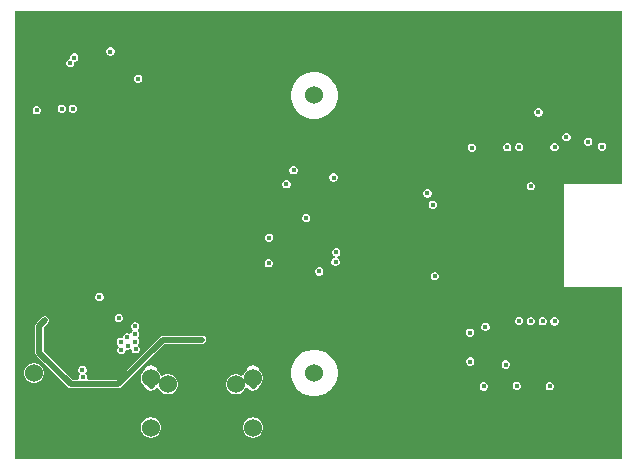
<source format=gbr>
%TF.GenerationSoftware,Altium Limited,Altium Designer,23.6.0 (18)*%
G04 Layer_Physical_Order=2*
G04 Layer_Color=36540*
%FSLAX45Y45*%
%MOMM*%
%TF.SameCoordinates,DCE0C1D5-9975-4D98-BEBD-45AE40CD8FD9*%
%TF.FilePolarity,Positive*%
%TF.FileFunction,Copper,L2,Inr,Signal*%
%TF.Part,Single*%
G01*
G75*
%TA.AperFunction,Conductor*%
%ADD32C,0.50800*%
%TA.AperFunction,ComponentPad*%
%ADD37C,1.52400*%
%TA.AperFunction,ViaPad*%
%ADD42C,0.45000*%
%TA.AperFunction,NonConductor*%
%ADD43C,0.60960*%
G36*
X7828209Y4890991D02*
X7337096D01*
Y4010896D01*
X7828209D01*
Y2560391D01*
X2687391D01*
Y6355009D01*
X7828209D01*
Y4890991D01*
D02*
G37*
%LPC*%
G36*
X3501132Y6043210D02*
X3487128D01*
X3474191Y6037851D01*
X3464289Y6027949D01*
X3458930Y6015012D01*
Y6001008D01*
X3464289Y5988071D01*
X3474191Y5978169D01*
X3487128Y5972810D01*
X3501132D01*
X3514069Y5978169D01*
X3523971Y5988071D01*
X3529330Y6001008D01*
Y6015012D01*
X3523971Y6027949D01*
X3514069Y6037851D01*
X3501132Y6043210D01*
D02*
G37*
G36*
X3194702Y5991971D02*
X3180698D01*
X3167761Y5986612D01*
X3157859Y5976710D01*
X3152500Y5963773D01*
Y5949770D01*
X3149728Y5945621D01*
X3146334D01*
X3133397Y5940262D01*
X3123495Y5930360D01*
X3118136Y5917423D01*
Y5903419D01*
X3123495Y5890482D01*
X3133397Y5880580D01*
X3146334Y5875221D01*
X3160337D01*
X3173275Y5880580D01*
X3183177Y5890482D01*
X3188535Y5903419D01*
Y5917422D01*
X3191308Y5921572D01*
X3194702D01*
X3207639Y5926930D01*
X3217541Y5936832D01*
X3222900Y5949770D01*
Y5963773D01*
X3217541Y5976710D01*
X3207639Y5986612D01*
X3194702Y5991971D01*
D02*
G37*
G36*
X3735722Y5813700D02*
X3721718D01*
X3708781Y5808341D01*
X3698879Y5798439D01*
X3693520Y5785502D01*
Y5771498D01*
X3698879Y5758561D01*
X3708781Y5748659D01*
X3721718Y5743300D01*
X3735722D01*
X3748659Y5748659D01*
X3758561Y5758561D01*
X3763920Y5771498D01*
Y5785502D01*
X3758561Y5798439D01*
X3748659Y5808341D01*
X3735722Y5813700D01*
D02*
G37*
G36*
X3182002Y5559700D02*
X3167998D01*
X3155061Y5554341D01*
X3145159Y5544439D01*
X3139800Y5531502D01*
Y5517498D01*
X3145159Y5504561D01*
X3155061Y5494659D01*
X3167998Y5489300D01*
X3182002D01*
X3194939Y5494659D01*
X3204841Y5504561D01*
X3210200Y5517498D01*
Y5531502D01*
X3204841Y5544439D01*
X3194939Y5554341D01*
X3182002Y5559700D01*
D02*
G37*
G36*
X3088022D02*
X3074018D01*
X3061081Y5554341D01*
X3051179Y5544439D01*
X3045820Y5531502D01*
Y5517498D01*
X3051179Y5504561D01*
X3061081Y5494659D01*
X3074018Y5489300D01*
X3088022D01*
X3100959Y5494659D01*
X3110861Y5504561D01*
X3116220Y5517498D01*
Y5531502D01*
X3110861Y5544439D01*
X3100959Y5554341D01*
X3088022Y5559700D01*
D02*
G37*
G36*
X2877202Y5547000D02*
X2863198D01*
X2850261Y5541641D01*
X2840359Y5531739D01*
X2835000Y5518802D01*
Y5504798D01*
X2840359Y5491861D01*
X2850261Y5481959D01*
X2863198Y5476600D01*
X2877202D01*
X2890139Y5481959D01*
X2900041Y5491861D01*
X2905400Y5504798D01*
Y5518802D01*
X2900041Y5531739D01*
X2890139Y5541641D01*
X2877202Y5547000D01*
D02*
G37*
G36*
X7125002Y5527600D02*
X7110998D01*
X7098061Y5522241D01*
X7088159Y5512339D01*
X7082800Y5499402D01*
Y5485398D01*
X7088159Y5472461D01*
X7098061Y5462559D01*
X7110998Y5457200D01*
X7125002D01*
X7137939Y5462559D01*
X7147841Y5472461D01*
X7153200Y5485398D01*
Y5499402D01*
X7147841Y5512339D01*
X7137939Y5522241D01*
X7125002Y5527600D01*
D02*
G37*
G36*
X5239174Y5833980D02*
X5200226D01*
X5162027Y5826382D01*
X5126045Y5811477D01*
X5093661Y5789839D01*
X5066121Y5762299D01*
X5044483Y5729915D01*
X5029578Y5693933D01*
X5021980Y5655734D01*
Y5616786D01*
X5029578Y5578587D01*
X5044483Y5542605D01*
X5066121Y5510221D01*
X5093661Y5482681D01*
X5126045Y5461043D01*
X5162027Y5446138D01*
X5200226Y5438540D01*
X5239174D01*
X5277373Y5446138D01*
X5313355Y5461043D01*
X5345739Y5482681D01*
X5373279Y5510221D01*
X5394917Y5542605D01*
X5409822Y5578587D01*
X5417420Y5616786D01*
Y5655734D01*
X5409822Y5693933D01*
X5394917Y5729915D01*
X5373279Y5762299D01*
X5345739Y5789839D01*
X5313355Y5811477D01*
X5277373Y5826382D01*
X5239174Y5833980D01*
D02*
G37*
G36*
X7360902Y5319300D02*
X7346898D01*
X7333961Y5313941D01*
X7324059Y5304039D01*
X7318700Y5291102D01*
Y5277098D01*
X7324059Y5264161D01*
X7333961Y5254259D01*
X7346898Y5248900D01*
X7360902D01*
X7373839Y5254259D01*
X7383741Y5264161D01*
X7389100Y5277098D01*
Y5291102D01*
X7383741Y5304039D01*
X7373839Y5313941D01*
X7360902Y5319300D01*
D02*
G37*
G36*
X7545722Y5280300D02*
X7531718D01*
X7518781Y5274941D01*
X7508879Y5265039D01*
X7503520Y5252102D01*
Y5238098D01*
X7508879Y5225161D01*
X7518781Y5215259D01*
X7531718Y5209900D01*
X7545722D01*
X7558659Y5215259D01*
X7568561Y5225161D01*
X7573920Y5238098D01*
Y5252102D01*
X7568561Y5265039D01*
X7558659Y5274941D01*
X7545722Y5280300D01*
D02*
G37*
G36*
X7662562Y5237120D02*
X7648558D01*
X7635621Y5231761D01*
X7625719Y5221859D01*
X7620360Y5208922D01*
Y5194918D01*
X7625719Y5181981D01*
X7635621Y5172079D01*
X7648558Y5166720D01*
X7662562D01*
X7675499Y5172079D01*
X7685401Y5181981D01*
X7690760Y5194918D01*
Y5208922D01*
X7685401Y5221859D01*
X7675499Y5231761D01*
X7662562Y5237120D01*
D02*
G37*
G36*
X6960902Y5235200D02*
X6946898D01*
X6933961Y5229841D01*
X6924059Y5219939D01*
X6918700Y5207002D01*
Y5192998D01*
X6924059Y5180061D01*
X6933961Y5170159D01*
X6946898Y5164800D01*
X6960902D01*
X6973839Y5170159D01*
X6983741Y5180061D01*
X6989100Y5192998D01*
Y5207002D01*
X6983741Y5219939D01*
X6973839Y5229841D01*
X6960902Y5235200D01*
D02*
G37*
G36*
X7260902Y5234800D02*
X7246898D01*
X7233961Y5229441D01*
X7224059Y5219539D01*
X7218700Y5206602D01*
Y5192598D01*
X7224059Y5179661D01*
X7233961Y5169759D01*
X7246898Y5164400D01*
X7260902D01*
X7273839Y5169759D01*
X7283741Y5179661D01*
X7289100Y5192598D01*
Y5206602D01*
X7283741Y5219539D01*
X7273839Y5229441D01*
X7260902Y5234800D01*
D02*
G37*
G36*
X6860902Y5233600D02*
X6846898D01*
X6833961Y5228241D01*
X6824059Y5218339D01*
X6818700Y5205402D01*
Y5191398D01*
X6824059Y5178461D01*
X6833961Y5168559D01*
X6846898Y5163200D01*
X6860902D01*
X6873839Y5168559D01*
X6883741Y5178461D01*
X6889100Y5191398D01*
Y5205402D01*
X6883741Y5218339D01*
X6873839Y5228241D01*
X6860902Y5233600D01*
D02*
G37*
G36*
X6560902Y5228800D02*
X6546898D01*
X6533961Y5223441D01*
X6524059Y5213539D01*
X6518700Y5200602D01*
Y5186598D01*
X6524059Y5173661D01*
X6533961Y5163759D01*
X6546898Y5158400D01*
X6560902D01*
X6573839Y5163759D01*
X6583741Y5173661D01*
X6589100Y5186598D01*
Y5200602D01*
X6583741Y5213539D01*
X6573839Y5223441D01*
X6560902Y5228800D01*
D02*
G37*
G36*
X5051442Y5037860D02*
X5037438D01*
X5024501Y5032501D01*
X5014599Y5022599D01*
X5009240Y5009662D01*
Y4995658D01*
X5014599Y4982721D01*
X5024501Y4972819D01*
X5037438Y4967460D01*
X5051442D01*
X5064379Y4972819D01*
X5074281Y4982721D01*
X5079640Y4995658D01*
Y5009662D01*
X5074281Y5022599D01*
X5064379Y5032501D01*
X5051442Y5037860D01*
D02*
G37*
G36*
X5390302Y4977000D02*
X5376298D01*
X5363361Y4971641D01*
X5353459Y4961739D01*
X5348100Y4948802D01*
Y4934798D01*
X5353459Y4921861D01*
X5363361Y4911959D01*
X5376298Y4906600D01*
X5390302D01*
X5403239Y4911959D01*
X5413141Y4921861D01*
X5418500Y4934798D01*
Y4948802D01*
X5413141Y4961739D01*
X5403239Y4971641D01*
X5390302Y4977000D01*
D02*
G37*
G36*
X4990482Y4919620D02*
X4976478D01*
X4963541Y4914261D01*
X4953639Y4904359D01*
X4948280Y4891422D01*
Y4877418D01*
X4953639Y4864481D01*
X4963541Y4854579D01*
X4976478Y4849220D01*
X4990482D01*
X5003419Y4854579D01*
X5013321Y4864481D01*
X5018680Y4877418D01*
Y4891422D01*
X5013321Y4904359D01*
X5003419Y4914261D01*
X4990482Y4919620D01*
D02*
G37*
G36*
X7060582Y4902390D02*
X7046578D01*
X7033641Y4897031D01*
X7023739Y4887129D01*
X7018380Y4874192D01*
Y4860188D01*
X7023739Y4847251D01*
X7033641Y4837349D01*
X7046578Y4831990D01*
X7060582D01*
X7073519Y4837349D01*
X7083421Y4847251D01*
X7088780Y4860188D01*
Y4874192D01*
X7083421Y4887129D01*
X7073519Y4897031D01*
X7060582Y4902390D01*
D02*
G37*
G36*
X6184802Y4842900D02*
X6170798D01*
X6157861Y4837541D01*
X6147959Y4827639D01*
X6142600Y4814702D01*
Y4800698D01*
X6147959Y4787761D01*
X6157861Y4777859D01*
X6170798Y4772500D01*
X6184802D01*
X6197739Y4777859D01*
X6207641Y4787761D01*
X6213000Y4800698D01*
Y4814702D01*
X6207641Y4827639D01*
X6197739Y4837541D01*
X6184802Y4842900D01*
D02*
G37*
G36*
X6230002Y4746900D02*
X6215998D01*
X6203061Y4741541D01*
X6193159Y4731639D01*
X6187800Y4718702D01*
Y4704698D01*
X6193159Y4691761D01*
X6203061Y4681859D01*
X6215998Y4676500D01*
X6230002D01*
X6242939Y4681859D01*
X6252841Y4691761D01*
X6258200Y4704698D01*
Y4718702D01*
X6252841Y4731639D01*
X6242939Y4741541D01*
X6230002Y4746900D01*
D02*
G37*
G36*
X5157302Y4634320D02*
X5143298D01*
X5130361Y4628961D01*
X5120459Y4619059D01*
X5115100Y4606122D01*
Y4592118D01*
X5120459Y4579181D01*
X5130361Y4569279D01*
X5143298Y4563920D01*
X5157302D01*
X5170239Y4569279D01*
X5180141Y4579181D01*
X5185500Y4592118D01*
Y4606122D01*
X5180141Y4619059D01*
X5170239Y4628961D01*
X5157302Y4634320D01*
D02*
G37*
G36*
X4844062Y4466600D02*
X4830058D01*
X4817121Y4461241D01*
X4807219Y4451339D01*
X4801860Y4438402D01*
Y4424398D01*
X4807219Y4411461D01*
X4817121Y4401559D01*
X4830058Y4396200D01*
X4844062D01*
X4856999Y4401559D01*
X4866901Y4411461D01*
X4872260Y4424398D01*
Y4438402D01*
X4866901Y4451339D01*
X4856999Y4461241D01*
X4844062Y4466600D01*
D02*
G37*
G36*
X5412762Y4342400D02*
X5398758D01*
X5385821Y4337041D01*
X5375919Y4327139D01*
X5370560Y4314202D01*
Y4300198D01*
X5375919Y4287261D01*
X5385821Y4277359D01*
X5391836Y4274867D01*
X5392141Y4268096D01*
X5390573Y4261644D01*
X5379461Y4257041D01*
X5369559Y4247139D01*
X5364200Y4234202D01*
Y4220198D01*
X5369559Y4207261D01*
X5379461Y4197359D01*
X5392398Y4192000D01*
X5406402D01*
X5419339Y4197359D01*
X5429241Y4207261D01*
X5434600Y4220198D01*
Y4234202D01*
X5429241Y4247139D01*
X5419339Y4257041D01*
X5413324Y4259533D01*
X5413019Y4266304D01*
X5414587Y4272756D01*
X5425699Y4277359D01*
X5435601Y4287261D01*
X5440960Y4300198D01*
Y4314202D01*
X5435601Y4327139D01*
X5425699Y4337041D01*
X5412762Y4342400D01*
D02*
G37*
G36*
X4840622Y4251600D02*
X4826618D01*
X4813681Y4246241D01*
X4803779Y4236339D01*
X4798420Y4223402D01*
Y4209398D01*
X4803779Y4196461D01*
X4813681Y4186559D01*
X4826618Y4181200D01*
X4840622D01*
X4853559Y4186559D01*
X4863461Y4196461D01*
X4868820Y4209398D01*
Y4223402D01*
X4863461Y4236339D01*
X4853559Y4246241D01*
X4840622Y4251600D01*
D02*
G37*
G36*
X5269262Y4182400D02*
X5255258D01*
X5242321Y4177041D01*
X5232419Y4167139D01*
X5227060Y4154202D01*
Y4140198D01*
X5232419Y4127261D01*
X5242321Y4117359D01*
X5255258Y4112000D01*
X5269262D01*
X5282199Y4117359D01*
X5292101Y4127261D01*
X5297460Y4140198D01*
Y4154202D01*
X5292101Y4167139D01*
X5282199Y4177041D01*
X5269262Y4182400D01*
D02*
G37*
G36*
X6248302Y4142900D02*
X6234298D01*
X6221361Y4137541D01*
X6211459Y4127639D01*
X6206100Y4114702D01*
Y4100698D01*
X6211459Y4087761D01*
X6221361Y4077859D01*
X6234298Y4072500D01*
X6248302D01*
X6261239Y4077859D01*
X6271141Y4087761D01*
X6276500Y4100698D01*
Y4114702D01*
X6271141Y4127639D01*
X6261239Y4137541D01*
X6248302Y4142900D01*
D02*
G37*
G36*
X3407309Y3965277D02*
X3393306D01*
X3380369Y3959918D01*
X3370467Y3950016D01*
X3365108Y3937078D01*
Y3923075D01*
X3370467Y3910138D01*
X3380369Y3900236D01*
X3393306Y3894877D01*
X3407309D01*
X3420247Y3900236D01*
X3430149Y3910138D01*
X3435507Y3923075D01*
Y3937078D01*
X3430149Y3950016D01*
X3420247Y3959918D01*
X3407309Y3965277D01*
D02*
G37*
G36*
X3572883Y3787477D02*
X3558879D01*
X3545942Y3782118D01*
X3536040Y3772216D01*
X3530681Y3759278D01*
Y3745275D01*
X3536040Y3732338D01*
X3545942Y3722436D01*
X3558879Y3717077D01*
X3572883D01*
X3585820Y3722436D01*
X3595722Y3732338D01*
X3601081Y3745275D01*
Y3759278D01*
X3595722Y3772216D01*
X3585820Y3782118D01*
X3572883Y3787477D01*
D02*
G37*
G36*
X6960902Y3763300D02*
X6946898D01*
X6933961Y3757941D01*
X6924059Y3748039D01*
X6918700Y3735102D01*
Y3721098D01*
X6924059Y3708161D01*
X6933961Y3698259D01*
X6946898Y3692900D01*
X6960902D01*
X6973839Y3698259D01*
X6983741Y3708161D01*
X6989100Y3721098D01*
Y3735102D01*
X6983741Y3748039D01*
X6973839Y3757941D01*
X6960902Y3763300D01*
D02*
G37*
G36*
X7060902Y3761700D02*
X7046898D01*
X7033961Y3756341D01*
X7024059Y3746439D01*
X7018700Y3733502D01*
Y3719498D01*
X7024059Y3706561D01*
X7033961Y3696659D01*
X7046898Y3691300D01*
X7060902D01*
X7073839Y3696659D01*
X7083741Y3706561D01*
X7089100Y3719498D01*
Y3733502D01*
X7083741Y3746439D01*
X7073839Y3756341D01*
X7060902Y3761700D01*
D02*
G37*
G36*
X7160902Y3760100D02*
X7146898D01*
X7133961Y3754741D01*
X7124059Y3744839D01*
X7118700Y3731902D01*
Y3717898D01*
X7124059Y3704961D01*
X7133961Y3695059D01*
X7146898Y3689700D01*
X7160902D01*
X7173839Y3695059D01*
X7183741Y3704961D01*
X7189100Y3717898D01*
Y3731902D01*
X7183741Y3744839D01*
X7173839Y3754741D01*
X7160902Y3760100D01*
D02*
G37*
G36*
X7260902Y3758500D02*
X7246898D01*
X7233961Y3753141D01*
X7224059Y3743239D01*
X7218700Y3730302D01*
Y3716298D01*
X7224059Y3703361D01*
X7233961Y3693459D01*
X7246898Y3688100D01*
X7260902D01*
X7273839Y3693459D01*
X7283741Y3703361D01*
X7289100Y3716298D01*
Y3730302D01*
X7283741Y3743239D01*
X7273839Y3753141D01*
X7260902Y3758500D01*
D02*
G37*
G36*
X6675931Y3711690D02*
X6661928D01*
X6648991Y3706331D01*
X6639089Y3696429D01*
X6633730Y3683492D01*
Y3669488D01*
X6639089Y3656551D01*
X6648991Y3646649D01*
X6661928Y3641290D01*
X6675931D01*
X6688869Y3646649D01*
X6698770Y3656551D01*
X6704129Y3669488D01*
Y3683492D01*
X6698770Y3696429D01*
X6688869Y3706331D01*
X6675931Y3711690D01*
D02*
G37*
G36*
X3709569Y3716357D02*
X3695566D01*
X3682629Y3710998D01*
X3672727Y3701096D01*
X3667368Y3688158D01*
Y3674155D01*
X3672727Y3661218D01*
X3676241Y3657703D01*
X3681434Y3649407D01*
X3676241Y3641110D01*
X3672727Y3637596D01*
X3667942Y3626044D01*
X3662595Y3623022D01*
X3654668Y3620303D01*
X3643529Y3624917D01*
X3629526D01*
X3616589Y3619558D01*
X3606687Y3609656D01*
X3601328Y3596718D01*
Y3594897D01*
X3588628Y3586411D01*
X3587649Y3586817D01*
X3573646D01*
X3560709Y3581458D01*
X3550807Y3571556D01*
X3545448Y3558618D01*
Y3544615D01*
X3550807Y3531678D01*
X3560708Y3521776D01*
X3561872Y3519156D01*
X3562669Y3507218D01*
X3555887Y3500436D01*
X3550528Y3487498D01*
Y3473495D01*
X3555887Y3460558D01*
X3565789Y3450656D01*
X3578726Y3445297D01*
X3592729D01*
X3605667Y3450656D01*
X3615569Y3460558D01*
X3620927Y3473495D01*
Y3474264D01*
X3632066Y3483397D01*
X3646069D01*
X3659007Y3488756D01*
X3659748Y3489497D01*
X3672448Y3484236D01*
Y3481115D01*
X3677807Y3468178D01*
X3687709Y3458276D01*
X3700646Y3452917D01*
X3714649D01*
X3727587Y3458276D01*
X3737489Y3468178D01*
X3742847Y3481115D01*
Y3495118D01*
X3737489Y3508056D01*
X3727587Y3517957D01*
X3731015Y3530284D01*
X3732409Y3531678D01*
X3737767Y3544615D01*
Y3558618D01*
X3732409Y3571556D01*
X3727624Y3576340D01*
X3723924Y3584637D01*
X3727624Y3592934D01*
X3732409Y3597718D01*
X3737767Y3610655D01*
Y3624658D01*
X3732409Y3637596D01*
X3728894Y3641110D01*
X3723702Y3649407D01*
X3728894Y3657703D01*
X3732409Y3661218D01*
X3737767Y3674155D01*
Y3688158D01*
X3732409Y3701096D01*
X3722507Y3710998D01*
X3709569Y3716357D01*
D02*
G37*
G36*
X6544962Y3662320D02*
X6530958D01*
X6518021Y3656961D01*
X6508119Y3647059D01*
X6502760Y3634122D01*
Y3620118D01*
X6508119Y3607181D01*
X6518021Y3597279D01*
X6530958Y3591920D01*
X6544962D01*
X6557899Y3597279D01*
X6567801Y3607181D01*
X6573160Y3620118D01*
Y3634122D01*
X6567801Y3647059D01*
X6557899Y3656961D01*
X6544962Y3662320D01*
D02*
G37*
G36*
X2945782Y3769000D02*
X2931778D01*
X2918841Y3763641D01*
X2908939Y3753739D01*
X2908701Y3753164D01*
X2868338Y3712802D01*
X2860760Y3701459D01*
X2858098Y3688080D01*
Y3459480D01*
X2860760Y3446101D01*
X2868338Y3434758D01*
X3135038Y3168058D01*
X3146381Y3160480D01*
X3159760Y3157818D01*
X3561080D01*
X3574459Y3160480D01*
X3585802Y3168058D01*
X3951482Y3533738D01*
X4262164D01*
X4262738Y3533500D01*
X4276742D01*
X4289679Y3538859D01*
X4299581Y3548761D01*
X4304940Y3561698D01*
Y3575702D01*
X4299581Y3588639D01*
X4289679Y3598541D01*
X4276742Y3603900D01*
X4262738D01*
X4262164Y3603662D01*
X3937000D01*
X3923621Y3601000D01*
X3912278Y3593422D01*
X3546598Y3227742D01*
X3302095D01*
X3294101Y3240442D01*
X3296560Y3246378D01*
Y3260382D01*
X3291201Y3273319D01*
X3281299Y3283221D01*
X3285719Y3291819D01*
X3286121Y3292221D01*
X3291480Y3305158D01*
Y3319162D01*
X3286121Y3332099D01*
X3276219Y3342001D01*
X3263282Y3347360D01*
X3249278D01*
X3236341Y3342001D01*
X3226439Y3332099D01*
X3221080Y3319162D01*
Y3305158D01*
X3226439Y3292221D01*
X3236341Y3282319D01*
X3231921Y3273721D01*
X3231519Y3273319D01*
X3226160Y3260382D01*
Y3246378D01*
X3228619Y3240442D01*
X3220625Y3227742D01*
X3174242D01*
X2928022Y3473962D01*
Y3673598D01*
X2958144Y3703721D01*
X2958719Y3703959D01*
X2968621Y3713861D01*
X2973980Y3726798D01*
Y3740802D01*
X2968621Y3753739D01*
X2958719Y3763641D01*
X2945782Y3769000D01*
D02*
G37*
G36*
X6547502Y3418480D02*
X6533498D01*
X6520561Y3413121D01*
X6510659Y3403219D01*
X6505300Y3390282D01*
Y3376278D01*
X6510659Y3363341D01*
X6520561Y3353439D01*
X6533498Y3348080D01*
X6547502D01*
X6560439Y3353439D01*
X6570341Y3363341D01*
X6575700Y3376278D01*
Y3390282D01*
X6570341Y3403219D01*
X6560439Y3413121D01*
X6547502Y3418480D01*
D02*
G37*
G36*
X6847222Y3393080D02*
X6833218D01*
X6820281Y3387721D01*
X6810379Y3377819D01*
X6805020Y3364882D01*
Y3350878D01*
X6810379Y3337941D01*
X6820281Y3328039D01*
X6833218Y3322680D01*
X6847222D01*
X6860159Y3328039D01*
X6870061Y3337941D01*
X6875420Y3350878D01*
Y3364882D01*
X6870061Y3377819D01*
X6860159Y3387721D01*
X6847222Y3393080D01*
D02*
G37*
G36*
X4699763Y3351877D02*
X4678116Y3347571D01*
X4659764Y3335309D01*
X4647502Y3316957D01*
X4646101Y3309913D01*
X4631674Y3295486D01*
X4620472Y3276083D01*
X4618093Y3267204D01*
X4616607Y3265753D01*
X4603429Y3261549D01*
X4589603Y3269531D01*
X4567962Y3275330D01*
X4545558D01*
X4523917Y3269531D01*
X4504513Y3258329D01*
X4488671Y3242487D01*
X4477469Y3223083D01*
X4471670Y3201442D01*
Y3179038D01*
X4477469Y3157397D01*
X4488671Y3137993D01*
X4504513Y3122151D01*
X4523917Y3110949D01*
X4545558Y3105150D01*
X4567962D01*
X4589603Y3110949D01*
X4609007Y3122151D01*
X4624849Y3137993D01*
X4636051Y3157397D01*
X4637276Y3161968D01*
X4651033Y3164239D01*
X4659764Y3151171D01*
X4678116Y3138909D01*
X4699763Y3134603D01*
X4721410Y3138909D01*
X4739762Y3151171D01*
X4752024Y3169523D01*
X4753425Y3176566D01*
X4767852Y3190993D01*
X4779055Y3210396D01*
X4784853Y3232037D01*
Y3254442D01*
X4779055Y3276083D01*
X4767852Y3295486D01*
X4753425Y3309913D01*
X4752024Y3316957D01*
X4739762Y3335309D01*
X4721410Y3347571D01*
X4699763Y3351877D01*
D02*
G37*
G36*
X2858542Y3371850D02*
X2836138D01*
X2814497Y3366051D01*
X2795093Y3354849D01*
X2779251Y3339007D01*
X2768049Y3319603D01*
X2762250Y3297962D01*
Y3275558D01*
X2768049Y3253917D01*
X2779251Y3234513D01*
X2795093Y3218671D01*
X2814497Y3207469D01*
X2836138Y3201670D01*
X2858542D01*
X2880183Y3207469D01*
X2899587Y3218671D01*
X2915429Y3234513D01*
X2926631Y3253917D01*
X2932430Y3275558D01*
Y3297962D01*
X2926631Y3319603D01*
X2915429Y3339007D01*
X2899587Y3354849D01*
X2880183Y3366051D01*
X2858542Y3371850D01*
D02*
G37*
G36*
X6941202Y3212740D02*
X6927198D01*
X6914261Y3207381D01*
X6904359Y3197479D01*
X6899000Y3184542D01*
Y3170538D01*
X6904359Y3157601D01*
X6914261Y3147699D01*
X6927198Y3142340D01*
X6941202D01*
X6954139Y3147699D01*
X6964041Y3157601D01*
X6969400Y3170538D01*
Y3184542D01*
X6964041Y3197479D01*
X6954139Y3207381D01*
X6941202Y3212740D01*
D02*
G37*
G36*
X7220602Y3210200D02*
X7206598D01*
X7193661Y3204841D01*
X7183759Y3194939D01*
X7178400Y3182002D01*
Y3167998D01*
X7183759Y3155061D01*
X7193661Y3145159D01*
X7206598Y3139800D01*
X7220602D01*
X7233539Y3145159D01*
X7243441Y3155061D01*
X7248800Y3167998D01*
Y3182002D01*
X7243441Y3194939D01*
X7233539Y3204841D01*
X7220602Y3210200D01*
D02*
G37*
G36*
X6661802Y3207660D02*
X6647798D01*
X6634861Y3202301D01*
X6624959Y3192399D01*
X6619600Y3179462D01*
Y3165458D01*
X6624959Y3152521D01*
X6634861Y3142619D01*
X6647798Y3137260D01*
X6661802D01*
X6674739Y3142619D01*
X6684641Y3152521D01*
X6690000Y3165458D01*
Y3179462D01*
X6684641Y3192399D01*
X6674739Y3202301D01*
X6661802Y3207660D01*
D02*
G37*
G36*
X3835757Y3351877D02*
X3814110Y3347571D01*
X3795758Y3335309D01*
X3783496Y3316957D01*
X3782095Y3309913D01*
X3767668Y3295486D01*
X3756465Y3276083D01*
X3750667Y3254442D01*
Y3232037D01*
X3756465Y3210396D01*
X3767668Y3190993D01*
X3782095Y3176566D01*
X3783496Y3169523D01*
X3795758Y3151171D01*
X3814110Y3138909D01*
X3835757Y3134603D01*
X3857404Y3138909D01*
X3875756Y3151171D01*
X3884487Y3164239D01*
X3898244Y3161968D01*
X3899469Y3157397D01*
X3910671Y3137993D01*
X3926514Y3122151D01*
X3945917Y3110949D01*
X3967558Y3105150D01*
X3989963D01*
X4011604Y3110949D01*
X4031007Y3122151D01*
X4046849Y3137993D01*
X4058052Y3157397D01*
X4063850Y3179038D01*
Y3201442D01*
X4058052Y3223083D01*
X4046849Y3242487D01*
X4031007Y3258329D01*
X4011604Y3269531D01*
X3989963Y3275330D01*
X3967558D01*
X3945917Y3269531D01*
X3932091Y3261549D01*
X3918913Y3265753D01*
X3917428Y3267204D01*
X3915048Y3276083D01*
X3903846Y3295486D01*
X3889419Y3309913D01*
X3888018Y3316957D01*
X3875756Y3335309D01*
X3857404Y3347571D01*
X3835757Y3351877D01*
D02*
G37*
G36*
X5239174Y3484480D02*
X5200226D01*
X5162027Y3476882D01*
X5126045Y3461977D01*
X5093661Y3440339D01*
X5066121Y3412799D01*
X5044483Y3380415D01*
X5029578Y3344433D01*
X5021980Y3306234D01*
Y3267286D01*
X5029578Y3229087D01*
X5044483Y3193105D01*
X5066121Y3160721D01*
X5093661Y3133181D01*
X5126045Y3111543D01*
X5162027Y3096638D01*
X5200226Y3089040D01*
X5239174D01*
X5277373Y3096638D01*
X5313355Y3111543D01*
X5345739Y3133181D01*
X5373279Y3160721D01*
X5394917Y3193105D01*
X5409822Y3229087D01*
X5417420Y3267286D01*
Y3306234D01*
X5409822Y3344433D01*
X5394917Y3380415D01*
X5373279Y3412799D01*
X5345739Y3440339D01*
X5313355Y3461977D01*
X5277373Y3476882D01*
X5239174Y3484480D01*
D02*
G37*
G36*
X4699760Y2912287D02*
X4689923Y2910330D01*
X4688558D01*
X4684626Y2909276D01*
X4678113Y2907981D01*
X4676990Y2907230D01*
X4666917Y2904531D01*
X4647514Y2893329D01*
X4631671Y2877486D01*
X4620469Y2858083D01*
X4614670Y2836442D01*
Y2814038D01*
X4620469Y2792396D01*
X4631671Y2772993D01*
X4647514Y2757151D01*
X4666917Y2745949D01*
X4676990Y2743250D01*
X4678113Y2742499D01*
X4684626Y2741204D01*
X4688558Y2740150D01*
X4689923D01*
X4699760Y2738193D01*
X4709598Y2740150D01*
X4710963D01*
X4714895Y2741204D01*
X4721407Y2742499D01*
X4722531Y2743250D01*
X4732604Y2745949D01*
X4752007Y2757151D01*
X4767849Y2772993D01*
X4779052Y2792396D01*
X4784850Y2814038D01*
Y2836442D01*
X4779052Y2858083D01*
X4767849Y2877486D01*
X4752007Y2893329D01*
X4732604Y2904531D01*
X4722531Y2907230D01*
X4721407Y2907981D01*
X4714895Y2909276D01*
X4710963Y2910330D01*
X4709598D01*
X4699760Y2912287D01*
D02*
G37*
G36*
X3835757D02*
X3825919Y2910330D01*
X3824554D01*
X3820623Y2909276D01*
X3814110Y2907981D01*
X3812986Y2907230D01*
X3802913Y2904531D01*
X3783510Y2893329D01*
X3767668Y2877486D01*
X3756465Y2858083D01*
X3750667Y2836442D01*
Y2814038D01*
X3756465Y2792396D01*
X3767668Y2772993D01*
X3783510Y2757151D01*
X3802913Y2745949D01*
X3812986Y2743250D01*
X3814110Y2742499D01*
X3820623Y2741204D01*
X3824554Y2740150D01*
X3825919D01*
X3835757Y2738193D01*
X3845595Y2740150D01*
X3846959D01*
X3850891Y2741204D01*
X3857404Y2742499D01*
X3858527Y2743250D01*
X3868600Y2745949D01*
X3888003Y2757151D01*
X3903846Y2772993D01*
X3915048Y2792396D01*
X3920847Y2814038D01*
Y2836442D01*
X3915048Y2858083D01*
X3903846Y2877486D01*
X3888003Y2893329D01*
X3868600Y2904531D01*
X3858527Y2907230D01*
X3857404Y2907981D01*
X3850891Y2909276D01*
X3846959Y2910330D01*
X3845595D01*
X3835757Y2912287D01*
D02*
G37*
%LPD*%
D32*
X2893060Y3459480D02*
Y3688080D01*
X2938780Y3733800D01*
X3937000Y3568700D02*
X4269740D01*
X3561080Y3192780D02*
X3937000Y3568700D01*
X2893060Y3459480D02*
X3159760Y3192780D01*
X3561080D01*
D37*
X5219700Y5636260D02*
D03*
Y3286760D02*
D03*
X2847340Y4556760D02*
D03*
Y3286760D02*
D03*
X3835757Y3243240D02*
D03*
D03*
Y2825240D02*
D03*
X4699760D02*
D03*
X4699763Y3243240D02*
D03*
X3978760Y3190240D02*
D03*
X4556760D02*
D03*
X4699760Y2825240D02*
D03*
X4699763Y3243240D02*
D03*
X3835757Y2825240D02*
D03*
D42*
X3016250Y3868691D02*
D03*
X2938780Y3733800D02*
D03*
X3092600Y3600133D02*
D03*
X6537960Y3627120D02*
D03*
X7053580Y4867190D02*
D03*
X7538720Y5245100D02*
D03*
X7315200Y4864100D02*
D03*
X6985000Y4762500D02*
D03*
X6667500D02*
D03*
X7315200Y4686300D02*
D03*
X4269740Y3568700D02*
D03*
X4286250Y3810000D02*
D03*
X3256280Y3312160D02*
D03*
X5150300Y4599120D02*
D03*
X5715000Y4762500D02*
D03*
X5397500D02*
D03*
X6032500D02*
D03*
X4762500D02*
D03*
X3261360Y3253380D02*
D03*
X3702568Y3617657D02*
D03*
Y3681157D02*
D03*
Y3551617D02*
D03*
X3585728Y3480497D02*
D03*
X3580648Y3551617D02*
D03*
X7655560Y5201920D02*
D03*
X7143750Y5715000D02*
D03*
X6840220Y3357880D02*
D03*
X6540500Y3383280D02*
D03*
X6668930Y3676490D02*
D03*
X6191250Y3175000D02*
D03*
X3204728Y3970717D02*
D03*
X3296168Y3891977D02*
D03*
X3689868Y3897057D02*
D03*
X3595888Y3912297D02*
D03*
X3451108Y3983417D02*
D03*
X3529848Y3935157D02*
D03*
X3400308Y3930077D02*
D03*
X3565881Y3752277D02*
D03*
X3636528Y3589717D02*
D03*
X3492500Y2857500D02*
D03*
X3707648Y3488117D02*
D03*
X3639068Y3518597D02*
D03*
X3175000Y2857500D02*
D03*
X6667500Y4127500D02*
D03*
X7759700Y5194300D02*
D03*
X7785100Y3721100D02*
D03*
X7670800D02*
D03*
X7556500D02*
D03*
X7366000D02*
D03*
X7315200Y4038600D02*
D03*
X7314221Y4229196D02*
D03*
X7315200Y4140200D02*
D03*
Y4318000D02*
D03*
Y4419600D02*
D03*
Y4508500D02*
D03*
Y4597400D02*
D03*
Y4775200D02*
D03*
X7620000Y6032500D02*
D03*
X7778750Y5715000D02*
D03*
X7620000Y5397500D02*
D03*
Y3492500D02*
D03*
X7778750Y3175000D02*
D03*
X7620000Y2857500D02*
D03*
X7302500Y6032500D02*
D03*
X7461250Y5715000D02*
D03*
X7302500Y3492500D02*
D03*
X7461250Y3175000D02*
D03*
X7302500Y2857500D02*
D03*
X6985000Y6032500D02*
D03*
Y5397500D02*
D03*
X7143750Y4445000D02*
D03*
X6985000Y4127500D02*
D03*
Y3492500D02*
D03*
X7143750Y3175000D02*
D03*
X6667500Y6032500D02*
D03*
X6826250Y5715000D02*
D03*
Y4445000D02*
D03*
Y3175000D02*
D03*
X6350000Y6032500D02*
D03*
Y3492500D02*
D03*
X6508750Y3175000D02*
D03*
X6350000Y2857500D02*
D03*
X6191250Y5715000D02*
D03*
X6032500Y5397500D02*
D03*
X6191250Y4445000D02*
D03*
Y3810000D02*
D03*
X6032500Y3492500D02*
D03*
Y2857500D02*
D03*
X5873750Y5715000D02*
D03*
X5715000Y5397500D02*
D03*
X5873750Y5080000D02*
D03*
Y4445000D02*
D03*
Y3810000D02*
D03*
X5715000Y3492500D02*
D03*
X5873750Y3175000D02*
D03*
X5715000Y2857500D02*
D03*
X5556250Y4445000D02*
D03*
X5397500Y4127500D02*
D03*
X5556250Y3810000D02*
D03*
X5397500Y2857500D02*
D03*
X5238750Y5080000D02*
D03*
Y4445000D02*
D03*
Y3810000D02*
D03*
X5080000Y2857500D02*
D03*
X4762500Y5397500D02*
D03*
X4921250Y5080000D02*
D03*
X4762500Y4127500D02*
D03*
Y3492500D02*
D03*
X4603750Y5715000D02*
D03*
X4445000Y5397500D02*
D03*
X4603750Y5080000D02*
D03*
X4445000Y4762500D02*
D03*
X4603750Y4445000D02*
D03*
X4445000Y4127500D02*
D03*
X4603750Y3810000D02*
D03*
X4286250Y5715000D02*
D03*
X4127500Y5397500D02*
D03*
X4286250Y5080000D02*
D03*
X4127500Y4762500D02*
D03*
Y4127500D02*
D03*
X3968750Y5715000D02*
D03*
X3810000Y5397500D02*
D03*
X3968750Y5080000D02*
D03*
X3810000Y4762500D02*
D03*
X3968750Y4445000D02*
D03*
X3810000Y4127500D02*
D03*
X3968750Y3810000D02*
D03*
X3492500Y5397500D02*
D03*
Y4762500D02*
D03*
X3651250Y4445000D02*
D03*
X3492500Y4127500D02*
D03*
X3333750Y5080000D02*
D03*
X3175000Y4762500D02*
D03*
X3333750Y4445000D02*
D03*
X3175000Y4127500D02*
D03*
X2857500Y5397500D02*
D03*
X3016250Y5080000D02*
D03*
X2857500Y4762500D02*
D03*
X3016250Y4445000D02*
D03*
X2857500Y4127500D02*
D03*
X2870200Y5511800D02*
D03*
X3187700Y5956771D02*
D03*
X3153336Y5910421D02*
D03*
X3494130Y6008010D02*
D03*
X7118000Y5492400D02*
D03*
X6177800Y4807700D02*
D03*
X6223000Y4711700D02*
D03*
X5405760Y4307200D02*
D03*
X4833620Y4216400D02*
D03*
X4837060Y4431400D02*
D03*
X3728720Y5778500D02*
D03*
X3081020Y5524500D02*
D03*
X3175000D02*
D03*
X6553900Y5193600D02*
D03*
X6953900Y3728100D02*
D03*
X7213600Y3175000D02*
D03*
X6934200Y3177540D02*
D03*
X6654800Y3172460D02*
D03*
X4983480Y4884420D02*
D03*
X5044440Y5002660D02*
D03*
X5383300Y4941800D02*
D03*
X5399400Y4227200D02*
D03*
X5262260Y4147200D02*
D03*
X7253900Y3723300D02*
D03*
X7153900Y3724900D02*
D03*
X7053900Y3726500D02*
D03*
X6241300Y4107700D02*
D03*
X6853900Y5198400D02*
D03*
X6953900Y5200000D02*
D03*
X7353900Y5284100D02*
D03*
X7253900Y5199600D02*
D03*
D43*
X3835757Y3188630D02*
Y3243240D01*
X4699760Y2796030D02*
Y2825240D01*
X4699763Y3188630D02*
Y3243240D01*
X3835757Y2796030D02*
Y2825240D01*
%TF.MD5,670798d9ac3286ef40bd5f3311ed53e4*%
M02*

</source>
